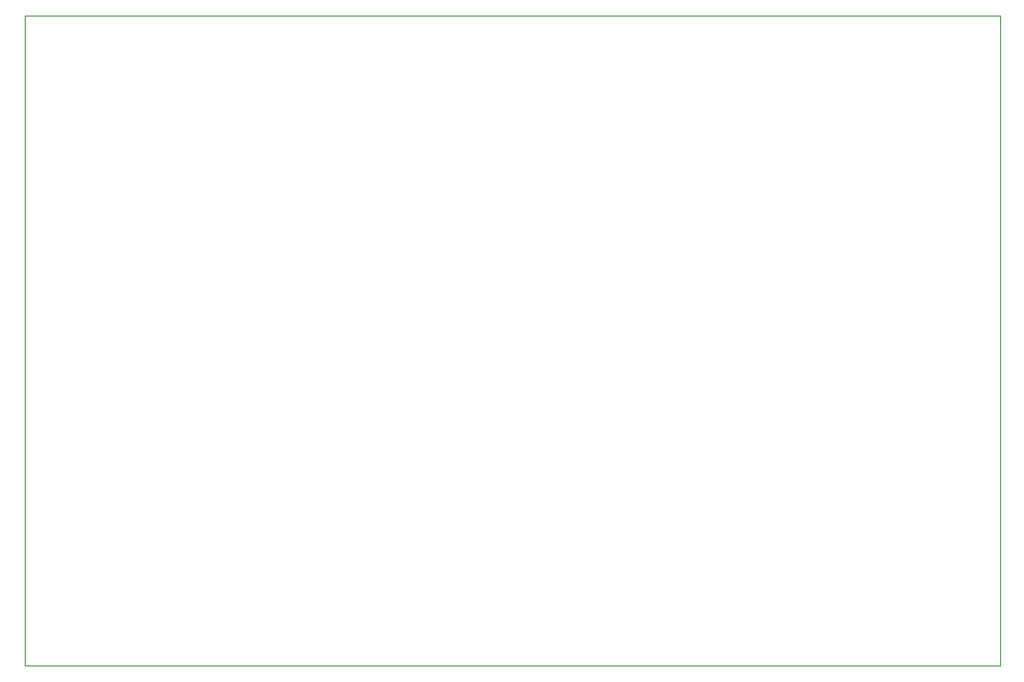
<source format=gm1>
G04 #@! TF.GenerationSoftware,KiCad,Pcbnew,8.0.6*
G04 #@! TF.CreationDate,2025-01-20T10:34:49+07:00*
G04 #@! TF.ProjectId,test_1,74657374-5f31-42e6-9b69-6361645f7063,rev?*
G04 #@! TF.SameCoordinates,Original*
G04 #@! TF.FileFunction,Profile,NP*
%FSLAX46Y46*%
G04 Gerber Fmt 4.6, Leading zero omitted, Abs format (unit mm)*
G04 Created by KiCad (PCBNEW 8.0.6) date 2025-01-20 10:34:49*
%MOMM*%
%LPD*%
G01*
G04 APERTURE LIST*
G04 #@! TA.AperFunction,Profile*
%ADD10C,0.038100*%
G04 #@! TD*
G04 APERTURE END LIST*
D10*
X70000000Y-80000000D02*
X70000000Y-140000000D01*
X70000000Y-140000000D02*
X160000000Y-140000000D01*
X160000000Y-140000000D02*
X160000000Y-80000000D01*
X160000000Y-80000000D02*
X70000000Y-80000000D01*
M02*

</source>
